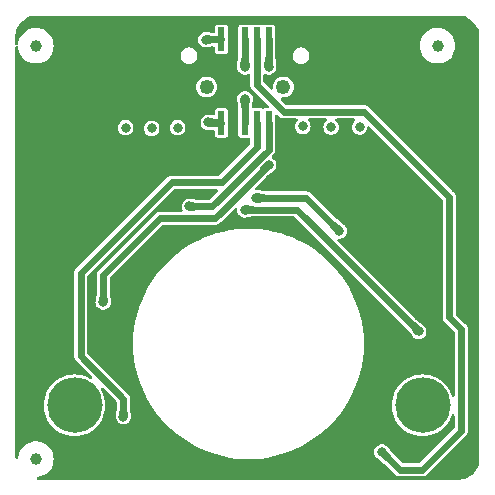
<source format=gbl>
G04 #@! TF.GenerationSoftware,KiCad,Pcbnew,7.0.2*
G04 #@! TF.CreationDate,2023-08-25T12:46:11-04:00*
G04 #@! TF.ProjectId,Foras Promineo CLR PCB,466f7261-7320-4507-926f-6d696e656f20,rev?*
G04 #@! TF.SameCoordinates,PX3969440PY5f5e100*
G04 #@! TF.FileFunction,Copper,L2,Bot*
G04 #@! TF.FilePolarity,Positive*
%FSLAX46Y46*%
G04 Gerber Fmt 4.6, Leading zero omitted, Abs format (unit mm)*
G04 Created by KiCad (PCBNEW 7.0.2) date 2023-08-25 12:46:11*
%MOMM*%
%LPD*%
G01*
G04 APERTURE LIST*
G04 #@! TA.AperFunction,ComponentPad*
%ADD10C,4.700000*%
G04 #@! TD*
G04 #@! TA.AperFunction,SMDPad,CuDef*
%ADD11R,0.600000X2.000000*%
G04 #@! TD*
G04 #@! TA.AperFunction,ComponentPad*
%ADD12C,1.248000*%
G04 #@! TD*
G04 #@! TA.AperFunction,SMDPad,CuDef*
%ADD13C,1.000000*%
G04 #@! TD*
G04 #@! TA.AperFunction,ViaPad*
%ADD14C,0.800000*%
G04 #@! TD*
G04 #@! TA.AperFunction,Conductor*
%ADD15C,0.600000*%
G04 #@! TD*
G04 APERTURE END LIST*
D10*
G04 #@! TO.P,H1,1,1*
G04 #@! TO.N,Net-(C1-Pad1)*
X5270700Y6550000D03*
G04 #@! TD*
G04 #@! TO.P,H2,1,1*
G04 #@! TO.N,Net-(C2-Pad1)*
X34730000Y6550000D03*
G04 #@! TD*
D11*
G04 #@! TO.P,J1,1,Pin_1*
G04 #@! TO.N,Net-(J1-Pin_1)*
X17700000Y37525000D03*
G04 #@! TO.P,J1,2,Pin_2*
X17700000Y30475000D03*
G04 #@! TO.P,J1,3,Pin_3*
G04 #@! TO.N,GND*
X18700000Y37525000D03*
G04 #@! TO.P,J1,4,Pin_4*
X18700000Y30475000D03*
G04 #@! TO.P,J1,5,Pin_5*
G04 #@! TO.N,/LED_1*
X19700000Y37525000D03*
G04 #@! TO.P,J1,6,Pin_6*
G04 #@! TO.N,/LED_2*
X19700000Y30475000D03*
G04 #@! TO.P,J1,7,Pin_7*
G04 #@! TO.N,/LED_3*
X20700000Y37525000D03*
G04 #@! TO.P,J1,8,Pin_8*
G04 #@! TO.N,/LED_4*
X20700000Y30475000D03*
G04 #@! TO.P,J1,9,Pin_9*
G04 #@! TO.N,/LED_5*
X21700000Y37525000D03*
G04 #@! TO.P,J1,10,Pin_10*
G04 #@! TO.N,/LED_6*
X21700000Y30475000D03*
D12*
G04 #@! TO.P,J1,S1*
G04 #@! TO.N,N/C*
X16450000Y33500000D03*
G04 #@! TO.P,J1,S2*
X22950000Y33500000D03*
G04 #@! TD*
D13*
G04 #@! TO.P,REF\u002A\u002A,*
G04 #@! TO.N,*
X2000000Y2000000D03*
G04 #@! TD*
G04 #@! TO.P,REF\u002A\u002A,e*
G04 #@! TO.N,N/C*
X36000000Y37000000D03*
G04 #@! TD*
G04 #@! TO.P,REF\u002A\u002A,*
G04 #@! TO.N,*
X2000000Y37000000D03*
G04 #@! TD*
D14*
G04 #@! TO.N,GND*
X36795000Y12645170D03*
X2880000Y12390170D03*
X13275000Y35387500D03*
X11175000Y35450000D03*
G04 #@! TO.N,Net-(J1-Pin_1)*
X24600000Y30162500D03*
X11800000Y29987500D03*
X16400000Y37500000D03*
X27000000Y30100000D03*
X14000000Y30050000D03*
X29400000Y30100000D03*
X16600000Y30500000D03*
X9600000Y30050000D03*
G04 #@! TO.N,/LED_6*
X15000000Y23400000D03*
G04 #@! TO.N,/LED_5*
X21700000Y35200000D03*
X21700000Y26900000D03*
X7700000Y15300000D03*
G04 #@! TO.N,/LED_4*
X9410000Y5600000D03*
G04 #@! TO.N,/LED_3*
X31300000Y2600000D03*
G04 #@! TO.N,/LED_2*
X19700000Y32500000D03*
X34400000Y12800000D03*
X19700000Y23100000D03*
G04 #@! TO.N,/LED_1*
X20600000Y24100000D03*
X19700000Y35200000D03*
X27700000Y21300000D03*
G04 #@! TD*
D15*
G04 #@! TO.N,/LED_4*
X20700000Y28400000D02*
X20700000Y30475000D01*
X17730170Y25430170D02*
X20700000Y28400000D01*
X13480000Y25430170D02*
X17730170Y25430170D01*
X5790000Y10720170D02*
X5790000Y17740170D01*
X5790000Y17740170D02*
X13480000Y25430170D01*
X9410000Y7100170D02*
X5790000Y10720170D01*
X9410000Y5600000D02*
X9410000Y7100170D01*
G04 #@! TO.N,Net-(J1-Pin_1)*
X17700000Y30475000D02*
X16625000Y30475000D01*
X17700000Y37525000D02*
X16425000Y37525000D01*
X16425000Y37525000D02*
X16400000Y37500000D01*
X16625000Y30475000D02*
X16600000Y30500000D01*
G04 #@! TO.N,/LED_6*
X16900000Y23400000D02*
X15000000Y23400000D01*
X21700000Y28200000D02*
X16900000Y23400000D01*
X21700000Y30475000D02*
X21700000Y28200000D01*
G04 #@! TO.N,/LED_5*
X17200000Y22400000D02*
X12500000Y22400000D01*
X21700000Y37525000D02*
X21700000Y35200000D01*
X7700000Y17600000D02*
X7700000Y15300000D01*
X21700000Y26900000D02*
X17200000Y22400000D01*
X12500000Y22400000D02*
X7700000Y17600000D01*
G04 #@! TO.N,/LED_3*
X34700000Y1100000D02*
X32800000Y1100000D01*
X37000000Y24200000D02*
X37000000Y14000000D01*
X20700000Y37525000D02*
X20700000Y33700000D01*
X38000000Y4400000D02*
X34700000Y1100000D01*
X38000000Y13000000D02*
X38000000Y4400000D01*
X37000000Y14000000D02*
X38000000Y13000000D01*
X29800000Y31400000D02*
X37000000Y24200000D01*
X32800000Y1100000D02*
X31300000Y2600000D01*
X20700000Y33700000D02*
X23000000Y31400000D01*
X23000000Y31400000D02*
X29800000Y31400000D01*
G04 #@! TO.N,/LED_2*
X24100000Y23100000D02*
X19700000Y23100000D01*
X34400000Y12800000D02*
X24100000Y23100000D01*
X19700000Y30475000D02*
X19700000Y32500000D01*
G04 #@! TO.N,/LED_1*
X20600000Y24100000D02*
X24900000Y24100000D01*
X19700000Y37525000D02*
X19700000Y35200000D01*
X24900000Y24100000D02*
X27700000Y21300000D01*
G04 #@! TD*
G04 #@! TA.AperFunction,Conductor*
G04 #@! TO.N,GND*
G36*
X37804487Y39545179D02*
G01*
X37825448Y39543680D01*
X38039429Y39528376D01*
X38057202Y39525821D01*
X38282970Y39476708D01*
X38300195Y39471651D01*
X38516669Y39390910D01*
X38533016Y39383444D01*
X38735782Y39272725D01*
X38750905Y39263006D01*
X38935847Y39124560D01*
X38949433Y39112787D01*
X39112786Y38949434D01*
X39124559Y38935848D01*
X39263005Y38750906D01*
X39272724Y38735783D01*
X39383443Y38533017D01*
X39390912Y38516664D01*
X39471647Y38300205D01*
X39476710Y38282961D01*
X39525818Y38057214D01*
X39528376Y38039420D01*
X39545179Y37804489D01*
X39545500Y37795500D01*
X39545500Y2004501D01*
X39545179Y1995512D01*
X39528376Y1760581D01*
X39525818Y1742787D01*
X39476710Y1517040D01*
X39471645Y1499790D01*
X39390912Y1283337D01*
X39383443Y1266984D01*
X39272724Y1064218D01*
X39263005Y1049095D01*
X39124559Y864153D01*
X39112786Y850567D01*
X38949433Y687214D01*
X38935847Y675441D01*
X38750905Y536995D01*
X38735782Y527276D01*
X38533016Y416557D01*
X38516663Y409088D01*
X38300210Y328355D01*
X38282960Y323290D01*
X38057213Y274182D01*
X38039419Y271624D01*
X37804488Y254821D01*
X37795499Y254500D01*
X2176725Y254500D01*
X2108604Y274502D01*
X2062111Y328158D01*
X2052007Y398432D01*
X2081501Y463012D01*
X2141227Y501396D01*
X2155978Y504781D01*
X2369614Y540429D01*
X2604810Y621172D01*
X2823509Y739526D01*
X3019744Y892262D01*
X3188164Y1075215D01*
X3324173Y1283393D01*
X3424063Y1511119D01*
X3485108Y1752179D01*
X3505643Y2000000D01*
X3485108Y2247821D01*
X3424063Y2488881D01*
X3324173Y2716607D01*
X3324172Y2716609D01*
X3324171Y2716611D01*
X3188166Y2924783D01*
X3019744Y3107738D01*
X2890578Y3208272D01*
X2823509Y3260474D01*
X2604810Y3378828D01*
X2604809Y3378829D01*
X2604806Y3378830D01*
X2448012Y3432657D01*
X2369614Y3459571D01*
X2124335Y3500500D01*
X1875665Y3500500D01*
X1630386Y3459571D01*
X1630383Y3459571D01*
X1630383Y3459570D01*
X1395193Y3378830D01*
X1176489Y3260473D01*
X980255Y3107738D01*
X811833Y2924783D01*
X675828Y2716611D01*
X575935Y2488877D01*
X526486Y2293606D01*
X514892Y2247821D01*
X509702Y2185199D01*
X506069Y2141348D01*
X480509Y2075112D01*
X423196Y2033209D01*
X352328Y2028944D01*
X290404Y2063670D01*
X257084Y2126362D01*
X254499Y2151745D01*
X254499Y6550000D01*
X2661440Y6550000D01*
X2680464Y6235488D01*
X2681147Y6231759D01*
X2681149Y6231746D01*
X2701317Y6121696D01*
X2737260Y5925563D01*
X2738391Y5921932D01*
X2738393Y5921926D01*
X2774225Y5806938D01*
X2831000Y5624744D01*
X2832561Y5621276D01*
X2832562Y5621273D01*
X2839776Y5605243D01*
X2960315Y5337416D01*
X3123321Y5067771D01*
X3125661Y5064784D01*
X3125664Y5064780D01*
X3315288Y4822744D01*
X3317641Y4819741D01*
X3540441Y4596941D01*
X3788471Y4402621D01*
X4058116Y4239615D01*
X4345444Y4110300D01*
X4646263Y4016560D01*
X4956188Y3959764D01*
X5270700Y3940740D01*
X5585212Y3959764D01*
X5895137Y4016560D01*
X6195956Y4110300D01*
X6483284Y4239615D01*
X6752929Y4402621D01*
X7000959Y4596941D01*
X7223759Y4819741D01*
X7418079Y5067771D01*
X7581085Y5337416D01*
X7710400Y5624744D01*
X7804140Y5925563D01*
X7860936Y6235488D01*
X7879960Y6550000D01*
X7860936Y6864512D01*
X7804140Y7174437D01*
X7710400Y7475256D01*
X7581085Y7762584D01*
X7533519Y7841267D01*
X7515396Y7909911D01*
X7537260Y7977456D01*
X7592172Y8022459D01*
X7662697Y8030629D01*
X7726444Y7999374D01*
X7730443Y7995546D01*
X8818595Y6907394D01*
X8852621Y6845082D01*
X8855500Y6818299D01*
X8855500Y6455197D01*
X8852125Y6434332D01*
X8852761Y6434252D01*
X8754142Y5645293D01*
X8753946Y5643371D01*
X8752653Y5629453D01*
X8752516Y5627517D01*
X8752564Y5628043D01*
X8752486Y5626128D01*
X8752178Y5616292D01*
X8751329Y5605243D01*
X8750692Y5600001D01*
X8769850Y5442219D01*
X8826212Y5293606D01*
X8826213Y5293605D01*
X8916502Y5162799D01*
X9035471Y5057401D01*
X9176207Y4983537D01*
X9330529Y4945500D01*
X9330531Y4945500D01*
X9489469Y4945500D01*
X9489471Y4945500D01*
X9643793Y4983537D01*
X9784529Y5057401D01*
X9903498Y5162799D01*
X9993787Y5293605D01*
X10050149Y5442218D01*
X10069307Y5600000D01*
X10066560Y5622616D01*
X10066042Y5643810D01*
X10065855Y5645301D01*
X10065856Y5645305D01*
X9992083Y6235488D01*
X9967483Y6432294D01*
X9967757Y6432329D01*
X9964500Y6454667D01*
X9964500Y7088541D01*
X9964573Y7092843D01*
X9964612Y7094002D01*
X9966779Y7157409D01*
X9956991Y7197573D01*
X9954585Y7210228D01*
X9948957Y7251179D01*
X9941792Y7267673D01*
X9934947Y7288030D01*
X9930689Y7305503D01*
X9910434Y7341527D01*
X9904696Y7353079D01*
X9892753Y7380574D01*
X9888230Y7390988D01*
X9888228Y7390991D01*
X9876880Y7404940D01*
X9864791Y7422703D01*
X9855981Y7438371D01*
X9826760Y7467592D01*
X9818116Y7477169D01*
X9816848Y7478728D01*
X9792034Y7509228D01*
X9792032Y7509229D01*
X9792031Y7509231D01*
X9777338Y7519603D01*
X9760907Y7533444D01*
X6381405Y10912946D01*
X6347379Y10975258D01*
X6344500Y11002041D01*
X6344500Y11750000D01*
X10236486Y11750000D01*
X10236551Y11747974D01*
X10256472Y11126743D01*
X10256473Y11126722D01*
X10256538Y11124706D01*
X10256730Y11122713D01*
X10256732Y11122686D01*
X10316418Y10503974D01*
X10316420Y10503952D01*
X10316611Y10501981D01*
X10316927Y10500024D01*
X10316930Y10500004D01*
X10416140Y9886361D01*
X10416143Y9886345D01*
X10416460Y9884385D01*
X10416904Y9882438D01*
X10416905Y9882435D01*
X10555225Y9276410D01*
X10555231Y9276388D01*
X10555672Y9274455D01*
X10556242Y9272534D01*
X10556244Y9272527D01*
X10702978Y8778131D01*
X10733677Y8674697D01*
X10949743Y8087576D01*
X10950556Y8085739D01*
X10950557Y8085737D01*
X11201168Y7519603D01*
X11202982Y7515506D01*
X11203910Y7513726D01*
X11203914Y7513719D01*
X11424599Y7090707D01*
X11492353Y6960835D01*
X11553046Y6860715D01*
X11815612Y6427583D01*
X11815623Y6427565D01*
X11816667Y6425844D01*
X11817820Y6424191D01*
X11817824Y6424185D01*
X12168179Y5921926D01*
X12174593Y5912732D01*
X12175849Y5911157D01*
X12175855Y5911149D01*
X12389051Y5643810D01*
X12564658Y5423606D01*
X12566013Y5422114D01*
X12566019Y5422107D01*
X12983902Y4961970D01*
X12985259Y4960476D01*
X12986709Y4959072D01*
X13364939Y4592777D01*
X13434670Y4525247D01*
X13911043Y4119705D01*
X14412419Y3745517D01*
X14936740Y3404222D01*
X15481851Y3097222D01*
X15483675Y3096344D01*
X15483680Y3096341D01*
X15839919Y2924785D01*
X16045511Y2825777D01*
X16625405Y2591004D01*
X17219149Y2393868D01*
X17824304Y2235177D01*
X18438383Y2115586D01*
X19058862Y2035584D01*
X19683192Y1995500D01*
X19685206Y1995500D01*
X20306794Y1995500D01*
X20308808Y1995500D01*
X20933138Y2035584D01*
X21553617Y2115586D01*
X22167696Y2235177D01*
X22772851Y2393868D01*
X23366595Y2591004D01*
X23946489Y2825777D01*
X24510149Y3097222D01*
X25055260Y3404222D01*
X25579581Y3745517D01*
X26080957Y4119705D01*
X26557330Y4525247D01*
X27006741Y4960476D01*
X27427342Y5423606D01*
X27817407Y5912732D01*
X28175333Y6425844D01*
X28499647Y6960835D01*
X28789018Y7515506D01*
X29042257Y8087576D01*
X29258323Y8674697D01*
X29436328Y9274455D01*
X29575540Y9884385D01*
X29675389Y10501981D01*
X29735462Y11124706D01*
X29755514Y11750000D01*
X29735462Y12375294D01*
X29675389Y12998019D01*
X29575540Y13615615D01*
X29436328Y14225545D01*
X29258323Y14825303D01*
X29042257Y15412424D01*
X28789018Y15984494D01*
X28499647Y16539165D01*
X28175333Y17074156D01*
X27849148Y17541765D01*
X27818565Y17585608D01*
X27818564Y17585610D01*
X27817407Y17587268D01*
X27733313Y17692718D01*
X27601835Y17857587D01*
X27427342Y18076394D01*
X27411899Y18093398D01*
X27008097Y18538031D01*
X27008095Y18538033D01*
X27006741Y18539524D01*
X26557330Y18974753D01*
X26080957Y19380295D01*
X25579581Y19754483D01*
X25577894Y19755582D01*
X25577887Y19755586D01*
X25317420Y19925131D01*
X25055260Y20095778D01*
X24510149Y20402778D01*
X24508336Y20403651D01*
X24508319Y20403660D01*
X23948309Y20673347D01*
X23948296Y20673353D01*
X23946489Y20674223D01*
X23944627Y20674977D01*
X23368464Y20908240D01*
X23368445Y20908247D01*
X23366595Y20908996D01*
X23098401Y20998043D01*
X22774749Y21105502D01*
X22774743Y21105504D01*
X22772851Y21106132D01*
X22635232Y21142220D01*
X22169641Y21264313D01*
X22169639Y21264314D01*
X22167696Y21264823D01*
X22165727Y21265207D01*
X22165716Y21265209D01*
X21555593Y21384030D01*
X21555568Y21384035D01*
X21553617Y21384414D01*
X21551648Y21384668D01*
X21551635Y21384670D01*
X20935138Y21464159D01*
X20935111Y21464162D01*
X20933138Y21464416D01*
X20931118Y21464546D01*
X20931115Y21464546D01*
X20310819Y21504371D01*
X20310815Y21504372D01*
X20308808Y21504500D01*
X19683192Y21504500D01*
X19681185Y21504372D01*
X19681180Y21504371D01*
X19060884Y21464546D01*
X19060878Y21464546D01*
X19058862Y21464416D01*
X19056891Y21464162D01*
X19056861Y21464159D01*
X18440364Y21384670D01*
X18440346Y21384668D01*
X18438383Y21384414D01*
X18436436Y21384035D01*
X18436406Y21384030D01*
X17826283Y21265209D01*
X17826265Y21265205D01*
X17824304Y21264823D01*
X17822366Y21264316D01*
X17822358Y21264313D01*
X17221085Y21106640D01*
X17221075Y21106638D01*
X17219149Y21106132D01*
X17217264Y21105507D01*
X17217250Y21105502D01*
X16627326Y20909634D01*
X16627320Y20909633D01*
X16625405Y20908996D01*
X16623564Y20908251D01*
X16623535Y20908240D01*
X16047372Y20674977D01*
X16047357Y20674971D01*
X16045511Y20674223D01*
X16043714Y20673358D01*
X16043690Y20673347D01*
X15483680Y20403660D01*
X15483650Y20403645D01*
X15481851Y20402778D01*
X15480089Y20401787D01*
X15480080Y20401781D01*
X14938502Y20096771D01*
X14938486Y20096762D01*
X14936740Y20095778D01*
X14935052Y20094680D01*
X14935045Y20094675D01*
X14414112Y19755586D01*
X14414090Y19755572D01*
X14412419Y19754483D01*
X14410824Y19753294D01*
X14410803Y19753278D01*
X13912656Y19381499D01*
X13911043Y19380295D01*
X13909529Y19379007D01*
X13909510Y19378991D01*
X13436208Y18976063D01*
X13436195Y18976053D01*
X13434670Y18974753D01*
X13433236Y18973365D01*
X13433217Y18973347D01*
X12986709Y18540929D01*
X12986697Y18540917D01*
X12985259Y18539524D01*
X12983919Y18538050D01*
X12983902Y18538031D01*
X12566019Y18077894D01*
X12566000Y18077872D01*
X12564658Y18076394D01*
X12563410Y18074830D01*
X12563398Y18074815D01*
X12175855Y17588852D01*
X12175837Y17588829D01*
X12174593Y17587268D01*
X12173450Y17585630D01*
X12173434Y17585608D01*
X11817824Y17075816D01*
X11817810Y17075796D01*
X11816667Y17074156D01*
X11815632Y17072450D01*
X11815612Y17072418D01*
X11493404Y16540899D01*
X11492353Y16539165D01*
X11491429Y16537396D01*
X11491420Y16537378D01*
X11203914Y15986282D01*
X11203904Y15986263D01*
X11202982Y15984494D01*
X11202169Y15982658D01*
X11202163Y15982645D01*
X10950557Y15414264D01*
X10950551Y15414251D01*
X10949743Y15412424D01*
X10949052Y15410547D01*
X10949047Y15410534D01*
X10747476Y14862800D01*
X10733677Y14825303D01*
X10733105Y14823379D01*
X10733102Y14823367D01*
X10556244Y14227474D01*
X10556240Y14227459D01*
X10555672Y14225545D01*
X10555232Y14223621D01*
X10555225Y14223591D01*
X10418147Y13623007D01*
X10416460Y13615615D01*
X10416144Y13613661D01*
X10416140Y13613640D01*
X10316930Y12999997D01*
X10316926Y12999973D01*
X10316611Y12998019D01*
X10316421Y12996053D01*
X10316418Y12996027D01*
X10256732Y12377315D01*
X10256730Y12377286D01*
X10256538Y12375294D01*
X10256473Y12373281D01*
X10256472Y12373258D01*
X10236551Y11752027D01*
X10236486Y11750000D01*
X6344500Y11750000D01*
X6344500Y17458299D01*
X6364502Y17526420D01*
X6381405Y17547394D01*
X13672776Y24838765D01*
X13735088Y24872791D01*
X13761871Y24875670D01*
X17287299Y24875670D01*
X17355420Y24855668D01*
X17401913Y24802012D01*
X17412017Y24731738D01*
X17382523Y24667158D01*
X17376394Y24660575D01*
X16707224Y23991405D01*
X16644912Y23957379D01*
X16618129Y23954500D01*
X15855195Y23954500D01*
X15834332Y23957874D01*
X15834253Y23957238D01*
X15110806Y24047669D01*
X15096282Y24050357D01*
X15079472Y24054500D01*
X15079471Y24054500D01*
X15064001Y24054500D01*
X15048373Y24055473D01*
X15045293Y24055858D01*
X15043359Y24056055D01*
X15029442Y24057347D01*
X15027526Y24057482D01*
X15028031Y24057436D01*
X15026139Y24057512D01*
X15012373Y24057957D01*
X15008370Y24057171D01*
X15006786Y24056860D01*
X14982515Y24054500D01*
X14920529Y24054500D01*
X14766207Y24016463D01*
X14766206Y24016463D01*
X14766204Y24016462D01*
X14625472Y23942600D01*
X14506501Y23837201D01*
X14416212Y23706395D01*
X14359850Y23557781D01*
X14340693Y23400000D01*
X14359850Y23242220D01*
X14404238Y23125180D01*
X14409692Y23054394D01*
X14376010Y22991895D01*
X14313885Y22957528D01*
X14286426Y22954500D01*
X12511629Y22954500D01*
X12507327Y22954573D01*
X12499257Y22954849D01*
X12442761Y22956779D01*
X12442760Y22956779D01*
X12442757Y22956779D01*
X12402596Y22946993D01*
X12389928Y22944585D01*
X12348991Y22938958D01*
X12332493Y22931792D01*
X12312140Y22924948D01*
X12294668Y22920690D01*
X12258643Y22900435D01*
X12247095Y22894700D01*
X12209178Y22878230D01*
X12195222Y22866876D01*
X12177472Y22854795D01*
X12161802Y22845983D01*
X12132574Y22816757D01*
X12123003Y22808120D01*
X12090942Y22782035D01*
X12080568Y22767339D01*
X12066729Y22750912D01*
X7316154Y18000337D01*
X7313063Y17997349D01*
X7265823Y17953229D01*
X7244348Y17917915D01*
X7237092Y17907254D01*
X7212120Y17874323D01*
X7205520Y17857587D01*
X7195967Y17838354D01*
X7186624Y17822989D01*
X7175471Y17783190D01*
X7171362Y17770971D01*
X7156200Y17732521D01*
X7154361Y17714630D01*
X7150350Y17693528D01*
X7145500Y17676217D01*
X7145500Y17634885D01*
X7144839Y17622000D01*
X7140613Y17580892D01*
X7143668Y17563173D01*
X7145500Y17541765D01*
X7145500Y16155197D01*
X7142125Y16134332D01*
X7142761Y16134252D01*
X7044142Y15345293D01*
X7043946Y15343371D01*
X7042653Y15329453D01*
X7042516Y15327517D01*
X7042564Y15328043D01*
X7042486Y15326128D01*
X7042178Y15316292D01*
X7041329Y15305243D01*
X7040692Y15300001D01*
X7059850Y15142219D01*
X7116212Y14993606D01*
X7116213Y14993605D01*
X7206502Y14862799D01*
X7325471Y14757401D01*
X7466207Y14683537D01*
X7620529Y14645500D01*
X7620531Y14645500D01*
X7779469Y14645500D01*
X7779471Y14645500D01*
X7933793Y14683537D01*
X8074529Y14757401D01*
X8193498Y14862799D01*
X8283787Y14993605D01*
X8340149Y15142218D01*
X8359307Y15300000D01*
X8356560Y15322616D01*
X8356042Y15343810D01*
X8355855Y15345301D01*
X8355856Y15345305D01*
X8276189Y15982645D01*
X8257483Y16132294D01*
X8257757Y16132329D01*
X8254500Y16154667D01*
X8254500Y17318129D01*
X8274502Y17386250D01*
X8291405Y17407224D01*
X12692776Y21808595D01*
X12755088Y21842621D01*
X12781871Y21845500D01*
X17188371Y21845500D01*
X17192673Y21845427D01*
X17193997Y21845382D01*
X17257239Y21843221D01*
X17297411Y21853012D01*
X17310053Y21855415D01*
X17351009Y21861043D01*
X17367503Y21868208D01*
X17387857Y21875053D01*
X17405333Y21879311D01*
X17441364Y21899571D01*
X17452894Y21905298D01*
X17490818Y21921770D01*
X17504763Y21933116D01*
X17522528Y21945208D01*
X17538199Y21954018D01*
X17567426Y21983247D01*
X17576999Y21991885D01*
X17609058Y22017966D01*
X17619430Y22032662D01*
X17633267Y22049088D01*
X18831778Y23247599D01*
X18894088Y23281623D01*
X18964903Y23276558D01*
X19021739Y23234011D01*
X19046550Y23167491D01*
X19045952Y23143315D01*
X19040692Y23100001D01*
X19059850Y22942220D01*
X19116212Y22793606D01*
X19140419Y22758537D01*
X19206502Y22662799D01*
X19325471Y22557401D01*
X19466207Y22483537D01*
X19620529Y22445500D01*
X19721960Y22445500D01*
X19731021Y22445174D01*
X19745304Y22444144D01*
X19748368Y22444527D01*
X19763995Y22445500D01*
X19779470Y22445500D01*
X19779471Y22445500D01*
X19796285Y22449646D01*
X19810802Y22452333D01*
X20521938Y22541223D01*
X20521940Y22541224D01*
X20532295Y22542518D01*
X20532329Y22542243D01*
X20554664Y22545500D01*
X23818129Y22545500D01*
X23886250Y22525498D01*
X23907224Y22508595D01*
X33403197Y13012622D01*
X33415566Y12995483D01*
X33416072Y12995876D01*
X33423685Y12986088D01*
X33423687Y12986084D01*
X33806724Y12493606D01*
X33888836Y12388033D01*
X33893071Y12382256D01*
X33906502Y12362799D01*
X33910598Y12359170D01*
X33919021Y12350976D01*
X33926023Y12343495D01*
X33926026Y12343493D01*
X33928422Y12341883D01*
X33941709Y12331608D01*
X34025471Y12257401D01*
X34166207Y12183537D01*
X34320529Y12145500D01*
X34320531Y12145500D01*
X34479469Y12145500D01*
X34479471Y12145500D01*
X34633793Y12183537D01*
X34774529Y12257401D01*
X34893498Y12362799D01*
X34983787Y12493605D01*
X35040149Y12642218D01*
X35059307Y12800000D01*
X35040149Y12957782D01*
X34983787Y13106395D01*
X34893498Y13237201D01*
X34852331Y13273672D01*
X34840615Y13285524D01*
X34836030Y13290821D01*
X34831724Y13295797D01*
X34831723Y13295798D01*
X34831722Y13295799D01*
X34799126Y13321152D01*
X34792930Y13326297D01*
X34774148Y13342937D01*
X34756511Y13354297D01*
X34205681Y13782718D01*
X34205851Y13782937D01*
X34187750Y13796431D01*
X27553776Y20430405D01*
X27519750Y20492717D01*
X27524815Y20563532D01*
X27567362Y20620368D01*
X27633882Y20645179D01*
X27642871Y20645500D01*
X27779469Y20645500D01*
X27779471Y20645500D01*
X27933793Y20683537D01*
X28074529Y20757401D01*
X28193498Y20862799D01*
X28283787Y20993605D01*
X28340149Y21142218D01*
X28359307Y21300000D01*
X28340149Y21457782D01*
X28283787Y21606395D01*
X28193498Y21737201D01*
X28152331Y21773672D01*
X28140615Y21785524D01*
X28131722Y21795799D01*
X28099126Y21821152D01*
X28092930Y21826297D01*
X28074148Y21842937D01*
X28056511Y21854297D01*
X27505681Y22282718D01*
X27505851Y22282937D01*
X27487750Y22296431D01*
X25300321Y24483860D01*
X25297331Y24486953D01*
X25280691Y24504770D01*
X25253228Y24534176D01*
X25253227Y24534177D01*
X25253226Y24534178D01*
X25217910Y24555655D01*
X25207246Y24562912D01*
X25174320Y24587881D01*
X25157591Y24594478D01*
X25138353Y24604034D01*
X25122992Y24613375D01*
X25083192Y24624527D01*
X25070969Y24628638D01*
X25032520Y24643800D01*
X25014630Y24645639D01*
X24993528Y24649650D01*
X24976216Y24654500D01*
X24976214Y24654500D01*
X24934884Y24654500D01*
X24921999Y24655161D01*
X24917562Y24655618D01*
X24880892Y24659388D01*
X24863173Y24656332D01*
X24841763Y24654500D01*
X21455195Y24654500D01*
X21434332Y24657874D01*
X21434253Y24657238D01*
X20710806Y24747669D01*
X20696282Y24750357D01*
X20679472Y24754500D01*
X20679471Y24754500D01*
X20664001Y24754500D01*
X20648373Y24755473D01*
X20645293Y24755858D01*
X20643359Y24756055D01*
X20633040Y24757009D01*
X20567089Y24783296D01*
X20525819Y24841065D01*
X20522333Y24911976D01*
X20555729Y24971550D01*
X21487379Y25903200D01*
X21504514Y25915563D01*
X21504120Y25916069D01*
X21515438Y25924872D01*
X22056511Y26345706D01*
X22074150Y26357066D01*
X22074526Y26357400D01*
X22074529Y26357401D01*
X22092953Y26373725D01*
X22099131Y26378855D01*
X22114949Y26391158D01*
X22131726Y26404205D01*
X22133198Y26405405D01*
X22143869Y26414256D01*
X22145323Y26415516D01*
X22144938Y26415197D01*
X22146336Y26416486D01*
X22160377Y26429643D01*
X22175202Y26446591D01*
X22193498Y26462799D01*
X22283787Y26593605D01*
X22340149Y26742218D01*
X22359307Y26900000D01*
X22340149Y27057782D01*
X22283787Y27206395D01*
X22193498Y27337201D01*
X22074529Y27442599D01*
X22026790Y27467655D01*
X21998095Y27482715D01*
X21947073Y27532084D01*
X21930841Y27601200D01*
X21954553Y27668120D01*
X21967550Y27683371D01*
X22083885Y27799706D01*
X22086952Y27802669D01*
X22134173Y27846769D01*
X22134173Y27846770D01*
X22134176Y27846772D01*
X22155656Y27882097D01*
X22162905Y27892747D01*
X22187880Y27925679D01*
X22194476Y27942407D01*
X22204037Y27961655D01*
X22213374Y27977009D01*
X22213375Y27977010D01*
X22224528Y28016819D01*
X22228634Y28029026D01*
X22243799Y28067480D01*
X22245638Y28085373D01*
X22249649Y28106475D01*
X22254500Y28123786D01*
X22254500Y28165124D01*
X22255161Y28178009D01*
X22259386Y28219109D01*
X22256332Y28236823D01*
X22254500Y28258230D01*
X22254500Y30528433D01*
X22254499Y30528443D01*
X22254499Y31057130D01*
X22274501Y31125251D01*
X22328157Y31171744D01*
X22398431Y31181848D01*
X22463011Y31152354D01*
X22469594Y31146225D01*
X22599676Y31016143D01*
X22602667Y31013049D01*
X22646772Y30965824D01*
X22682080Y30944353D01*
X22692742Y30937097D01*
X22725679Y30912120D01*
X22742407Y30905523D01*
X22761650Y30895965D01*
X22773101Y30889002D01*
X22777010Y30886625D01*
X22816810Y30875474D01*
X22829025Y30871366D01*
X22867480Y30856201D01*
X22885366Y30854363D01*
X22906469Y30850352D01*
X22923786Y30845500D01*
X22965115Y30845500D01*
X22977998Y30844840D01*
X23019109Y30840614D01*
X23034639Y30843292D01*
X23036823Y30843668D01*
X23058230Y30845500D01*
X24051717Y30845500D01*
X24119838Y30825498D01*
X24166331Y30771842D01*
X24176435Y30701568D01*
X24146941Y30636988D01*
X24135271Y30625188D01*
X24106501Y30599701D01*
X24016212Y30468895D01*
X23959850Y30320281D01*
X23940693Y30162501D01*
X23959850Y30004720D01*
X24016212Y29856106D01*
X24093866Y29743606D01*
X24106502Y29725299D01*
X24225471Y29619901D01*
X24366207Y29546037D01*
X24520529Y29508000D01*
X24520531Y29508000D01*
X24679469Y29508000D01*
X24679471Y29508000D01*
X24833793Y29546037D01*
X24974529Y29619901D01*
X25093498Y29725299D01*
X25183787Y29856105D01*
X25240149Y30004718D01*
X25259307Y30162500D01*
X25240149Y30320282D01*
X25183787Y30468895D01*
X25093498Y30599701D01*
X25064728Y30625189D01*
X25027004Y30685332D01*
X25027784Y30756324D01*
X25066822Y30815625D01*
X25131723Y30844407D01*
X25148283Y30845500D01*
X26522265Y30845500D01*
X26590386Y30825498D01*
X26636879Y30771842D01*
X26646983Y30701568D01*
X26617489Y30636988D01*
X26605824Y30625194D01*
X26569034Y30592600D01*
X26506501Y30537201D01*
X26416212Y30406395D01*
X26359850Y30257781D01*
X26340693Y30100000D01*
X26359850Y29942220D01*
X26416212Y29793606D01*
X26493866Y29681106D01*
X26506502Y29662799D01*
X26625471Y29557401D01*
X26766207Y29483537D01*
X26920529Y29445500D01*
X26920531Y29445500D01*
X27079469Y29445500D01*
X27079471Y29445500D01*
X27233793Y29483537D01*
X27374529Y29557401D01*
X27493498Y29662799D01*
X27583787Y29793605D01*
X27640149Y29942218D01*
X27659307Y30100000D01*
X27640149Y30257782D01*
X27583787Y30406395D01*
X27493498Y30537201D01*
X27394179Y30625190D01*
X27356456Y30685332D01*
X27357236Y30756324D01*
X27396274Y30815625D01*
X27461174Y30844407D01*
X27477735Y30845500D01*
X28922265Y30845500D01*
X28990386Y30825498D01*
X29036879Y30771842D01*
X29046983Y30701568D01*
X29017489Y30636988D01*
X29005824Y30625194D01*
X28969034Y30592600D01*
X28906501Y30537201D01*
X28816212Y30406395D01*
X28759850Y30257781D01*
X28740693Y30100001D01*
X28759850Y29942220D01*
X28816212Y29793606D01*
X28893866Y29681106D01*
X28906502Y29662799D01*
X29025471Y29557401D01*
X29166207Y29483537D01*
X29320529Y29445500D01*
X29320531Y29445500D01*
X29479469Y29445500D01*
X29479471Y29445500D01*
X29633793Y29483537D01*
X29774529Y29557401D01*
X29893498Y29662799D01*
X29983787Y29793605D01*
X30040149Y29942218D01*
X30055888Y30071850D01*
X30083954Y30137060D01*
X30142823Y30176747D01*
X30213802Y30178307D01*
X30270064Y30145755D01*
X36408595Y24007224D01*
X36442621Y23944912D01*
X36445500Y23918129D01*
X36445500Y14011630D01*
X36445427Y14007328D01*
X36443221Y13942759D01*
X36453007Y13902598D01*
X36455415Y13889928D01*
X36461042Y13848991D01*
X36468205Y13832500D01*
X36475052Y13812141D01*
X36479311Y13794666D01*
X36499563Y13758648D01*
X36505301Y13747095D01*
X36521770Y13709182D01*
X36533120Y13695231D01*
X36545205Y13677475D01*
X36554018Y13661801D01*
X36583243Y13632576D01*
X36591878Y13623008D01*
X36617966Y13590942D01*
X36632656Y13580573D01*
X36649089Y13566730D01*
X37408594Y12807225D01*
X37442620Y12744913D01*
X37445499Y12718130D01*
X37445499Y7418059D01*
X37425497Y7349938D01*
X37371841Y7303445D01*
X37301567Y7293341D01*
X37236987Y7322835D01*
X37199204Y7380574D01*
X37191611Y7404940D01*
X37169700Y7475256D01*
X37040385Y7762584D01*
X36877379Y8032229D01*
X36683059Y8280259D01*
X36460259Y8503059D01*
X36243594Y8672806D01*
X36215220Y8695036D01*
X36215216Y8695039D01*
X36212229Y8697379D01*
X35942584Y8860385D01*
X35749172Y8947432D01*
X35658727Y8988138D01*
X35658724Y8988139D01*
X35655256Y8989700D01*
X35590933Y9009744D01*
X35358074Y9082307D01*
X35358068Y9082309D01*
X35354437Y9083440D01*
X35350691Y9084127D01*
X35350685Y9084128D01*
X35048254Y9139551D01*
X35048241Y9139553D01*
X35044512Y9140236D01*
X35040718Y9140466D01*
X35040714Y9140466D01*
X34733802Y9159030D01*
X34730000Y9159260D01*
X34726198Y9159030D01*
X34419285Y9140466D01*
X34419279Y9140466D01*
X34415488Y9140236D01*
X34411760Y9139553D01*
X34411745Y9139551D01*
X34109314Y9084128D01*
X34109304Y9084126D01*
X34105563Y9083440D01*
X34101935Y9082310D01*
X34101925Y9082307D01*
X33808379Y8990833D01*
X33808374Y8990832D01*
X33804744Y8989700D01*
X33801280Y8988142D01*
X33801272Y8988138D01*
X33520883Y8861946D01*
X33520874Y8861942D01*
X33517416Y8860385D01*
X33514165Y8858420D01*
X33514156Y8858415D01*
X33251024Y8699346D01*
X33251018Y8699343D01*
X33247771Y8697379D01*
X33244790Y8695045D01*
X33244779Y8695036D01*
X33002743Y8505412D01*
X33002732Y8505403D01*
X32999741Y8503059D01*
X32997046Y8500365D01*
X32997038Y8500357D01*
X32779643Y8282962D01*
X32779635Y8282954D01*
X32776941Y8280259D01*
X32774597Y8277268D01*
X32774588Y8277257D01*
X32584964Y8035221D01*
X32584955Y8035210D01*
X32582621Y8032229D01*
X32580657Y8028982D01*
X32580654Y8028976D01*
X32421585Y7765844D01*
X32421580Y7765835D01*
X32419615Y7762584D01*
X32418058Y7759126D01*
X32418054Y7759117D01*
X32291862Y7478728D01*
X32291858Y7478720D01*
X32290300Y7475256D01*
X32289168Y7471626D01*
X32289167Y7471621D01*
X32197693Y7178075D01*
X32197690Y7178065D01*
X32196560Y7174437D01*
X32195874Y7170696D01*
X32195872Y7170686D01*
X32140449Y6868255D01*
X32140447Y6868240D01*
X32139764Y6864512D01*
X32139534Y6860721D01*
X32139534Y6860715D01*
X32124579Y6613475D01*
X32120740Y6550000D01*
X32139764Y6235488D01*
X32140447Y6231759D01*
X32140449Y6231746D01*
X32160617Y6121696D01*
X32196560Y5925563D01*
X32197691Y5921932D01*
X32197693Y5921926D01*
X32233525Y5806938D01*
X32290300Y5624744D01*
X32291861Y5621276D01*
X32291862Y5621273D01*
X32299076Y5605243D01*
X32419615Y5337416D01*
X32582621Y5067771D01*
X32584961Y5064784D01*
X32584964Y5064780D01*
X32774588Y4822744D01*
X32776941Y4819741D01*
X32999741Y4596941D01*
X33247771Y4402621D01*
X33517416Y4239615D01*
X33804744Y4110300D01*
X34105563Y4016560D01*
X34415488Y3959764D01*
X34730000Y3940740D01*
X35044512Y3959764D01*
X35354437Y4016560D01*
X35655256Y4110300D01*
X35942584Y4239615D01*
X36212229Y4402621D01*
X36460259Y4596941D01*
X36683059Y4819741D01*
X36877379Y5067771D01*
X37040385Y5337416D01*
X37169700Y5624744D01*
X37199205Y5719430D01*
X37238566Y5778512D01*
X37303624Y5806938D01*
X37373722Y5795678D01*
X37426604Y5748308D01*
X37445499Y5681942D01*
X37445500Y4681872D01*
X37425498Y4613751D01*
X37408595Y4592777D01*
X34507224Y1691405D01*
X34444912Y1657379D01*
X34418129Y1654500D01*
X33081873Y1654500D01*
X33013752Y1674502D01*
X32992778Y1691404D01*
X32296802Y2387379D01*
X32284437Y2404516D01*
X32283931Y2404121D01*
X32254300Y2442218D01*
X31811162Y3011968D01*
X31806936Y3017732D01*
X31793498Y3037201D01*
X31789399Y3040832D01*
X31780977Y3049026D01*
X31773976Y3056506D01*
X31771577Y3058118D01*
X31758292Y3068391D01*
X31674529Y3142599D01*
X31533793Y3216463D01*
X31379471Y3254500D01*
X31220529Y3254500D01*
X31066207Y3216463D01*
X31066206Y3216463D01*
X31066204Y3216462D01*
X30925472Y3142600D01*
X30806501Y3037201D01*
X30716212Y2906395D01*
X30659850Y2757781D01*
X30640693Y2600001D01*
X30659850Y2442220D01*
X30716212Y2293606D01*
X30806503Y2162798D01*
X30847663Y2126333D01*
X30859382Y2114479D01*
X30868275Y2104204D01*
X30900863Y2078858D01*
X30907061Y2073710D01*
X30925852Y2057063D01*
X30943497Y2045698D01*
X31494318Y1617282D01*
X31494148Y1617065D01*
X31512247Y1603571D01*
X32399691Y716127D01*
X32402681Y713034D01*
X32446772Y665824D01*
X32482083Y644351D01*
X32492749Y637092D01*
X32525679Y612121D01*
X32542402Y605526D01*
X32561647Y595967D01*
X32573906Y588513D01*
X32577010Y586625D01*
X32616805Y575475D01*
X32629024Y571366D01*
X32667479Y556201D01*
X32685370Y554362D01*
X32706467Y550353D01*
X32723786Y545500D01*
X32765115Y545500D01*
X32777998Y544840D01*
X32819109Y540614D01*
X32836821Y543668D01*
X32858230Y545500D01*
X34688371Y545500D01*
X34692673Y545427D01*
X34693997Y545382D01*
X34757239Y543221D01*
X34797411Y553012D01*
X34810053Y555415D01*
X34851009Y561043D01*
X34867503Y568208D01*
X34887857Y575053D01*
X34905333Y579311D01*
X34941364Y599571D01*
X34952894Y605298D01*
X34990818Y621770D01*
X35004763Y633116D01*
X35022528Y645208D01*
X35038199Y654018D01*
X35067426Y683247D01*
X35076999Y691885D01*
X35109058Y717966D01*
X35119430Y732662D01*
X35133267Y749088D01*
X38383885Y3999706D01*
X38386952Y4002669D01*
X38434174Y4046770D01*
X38434174Y4046771D01*
X38434176Y4046772D01*
X38455655Y4082095D01*
X38462901Y4092743D01*
X38487880Y4125680D01*
X38494474Y4142404D01*
X38504030Y4161644D01*
X38513375Y4177010D01*
X38524527Y4216816D01*
X38528633Y4229026D01*
X38543799Y4267480D01*
X38545637Y4285370D01*
X38549649Y4306477D01*
X38554500Y4323786D01*
X38554500Y4365117D01*
X38555161Y4378002D01*
X38559387Y4419109D01*
X38556332Y4436829D01*
X38554500Y4458236D01*
X38554500Y12988360D01*
X38554573Y12992661D01*
X38554763Y12998214D01*
X38556779Y13057239D01*
X38546991Y13097403D01*
X38544585Y13110058D01*
X38538957Y13151009D01*
X38531792Y13167503D01*
X38524947Y13187860D01*
X38520689Y13205333D01*
X38500434Y13241357D01*
X38494696Y13252909D01*
X38485678Y13273671D01*
X38478230Y13290818D01*
X38478228Y13290821D01*
X38466880Y13304770D01*
X38454791Y13322533D01*
X38445981Y13338201D01*
X38416760Y13367422D01*
X38408116Y13376999D01*
X38382034Y13409058D01*
X38382032Y13409059D01*
X38382031Y13409061D01*
X38367338Y13419433D01*
X38350907Y13433274D01*
X37591405Y14192776D01*
X37557379Y14255088D01*
X37554500Y14281871D01*
X37554500Y24188360D01*
X37554573Y24192661D01*
X37556779Y24257239D01*
X37546991Y24297403D01*
X37544585Y24310058D01*
X37538957Y24351009D01*
X37531792Y24367503D01*
X37524947Y24387860D01*
X37520689Y24405333D01*
X37500434Y24441357D01*
X37494696Y24452909D01*
X37480586Y24485393D01*
X37478230Y24490818D01*
X37478228Y24490821D01*
X37466880Y24504770D01*
X37454791Y24522533D01*
X37445981Y24538201D01*
X37416760Y24567422D01*
X37408116Y24576999D01*
X37382034Y24609058D01*
X37382032Y24609059D01*
X37382031Y24609061D01*
X37367338Y24619433D01*
X37350907Y24633274D01*
X30200321Y31783860D01*
X30197331Y31786953D01*
X30153226Y31834178D01*
X30117910Y31855655D01*
X30107246Y31862912D01*
X30074320Y31887881D01*
X30057591Y31894478D01*
X30038353Y31904034D01*
X30022992Y31913375D01*
X29983192Y31924527D01*
X29970969Y31928638D01*
X29932520Y31943800D01*
X29914630Y31945639D01*
X29893528Y31949650D01*
X29876216Y31954500D01*
X29876214Y31954500D01*
X29834884Y31954500D01*
X29821999Y31955161D01*
X29817562Y31955618D01*
X29780892Y31959388D01*
X29763173Y31956332D01*
X29741763Y31954500D01*
X23281871Y31954500D01*
X23213750Y31974502D01*
X23192776Y31991405D01*
X22777776Y32406405D01*
X22743750Y32468717D01*
X22748815Y32539532D01*
X22791362Y32596368D01*
X22857882Y32621179D01*
X22866871Y32621500D01*
X23042332Y32621500D01*
X23042334Y32621500D01*
X23222967Y32659895D01*
X23391670Y32735006D01*
X23541069Y32843551D01*
X23664636Y32980786D01*
X23756970Y33140714D01*
X23814036Y33316343D01*
X23833339Y33500000D01*
X23814036Y33683657D01*
X23756970Y33859286D01*
X23756970Y33859287D01*
X23664637Y34019213D01*
X23541068Y34156450D01*
X23391671Y34264993D01*
X23391670Y34264994D01*
X23222967Y34340105D01*
X23042334Y34378500D01*
X22857666Y34378500D01*
X22737243Y34352904D01*
X22677032Y34340105D01*
X22508329Y34264993D01*
X22358931Y34156450D01*
X22235362Y34019213D01*
X22143029Y33859287D01*
X22085964Y33683659D01*
X22066661Y33500000D01*
X22074390Y33426461D01*
X22061618Y33356623D01*
X22013115Y33304776D01*
X21944282Y33287382D01*
X21876973Y33309964D01*
X21859985Y33324196D01*
X21291404Y33892777D01*
X21257378Y33955089D01*
X21254499Y33981864D01*
X21254499Y34486223D01*
X21274501Y34554342D01*
X21328157Y34600835D01*
X21398431Y34610939D01*
X21439054Y34597788D01*
X21466207Y34583537D01*
X21620529Y34545500D01*
X21620531Y34545500D01*
X21779469Y34545500D01*
X21779471Y34545500D01*
X21933793Y34583537D01*
X22074529Y34657401D01*
X22193498Y34762799D01*
X22283787Y34893605D01*
X22340149Y35042218D01*
X22359307Y35200000D01*
X22356560Y35222616D01*
X22356042Y35243810D01*
X22355855Y35245301D01*
X22355856Y35245305D01*
X22292518Y35752009D01*
X22257483Y36032294D01*
X22257757Y36032329D01*
X22254500Y36054667D01*
X22254500Y36065551D01*
X23754500Y36065551D01*
X23794920Y35901561D01*
X23834165Y35826786D01*
X23873411Y35752008D01*
X23985411Y35625587D01*
X24124411Y35529642D01*
X24282334Y35469750D01*
X24407931Y35454500D01*
X24411741Y35454500D01*
X24488259Y35454500D01*
X24492069Y35454500D01*
X24617666Y35469750D01*
X24775589Y35529642D01*
X24914589Y35625587D01*
X25026589Y35752009D01*
X25105080Y35901561D01*
X25145500Y36065551D01*
X25145500Y36234449D01*
X25105080Y36398439D01*
X25026589Y36547991D01*
X25026588Y36547993D01*
X24914588Y36674414D01*
X24775588Y36770359D01*
X24617665Y36830251D01*
X24495854Y36845041D01*
X24495844Y36845042D01*
X24492069Y36845500D01*
X24407931Y36845500D01*
X24404156Y36845042D01*
X24404145Y36845041D01*
X24282334Y36830251D01*
X24124411Y36770359D01*
X23985411Y36674414D01*
X23873411Y36547993D01*
X23809227Y36425699D01*
X23794920Y36398439D01*
X23754500Y36234449D01*
X23754500Y36065551D01*
X22254500Y36065551D01*
X22254500Y37000000D01*
X34494357Y37000000D01*
X34514892Y36752179D01*
X34514892Y36752176D01*
X34514893Y36752175D01*
X34575935Y36511124D01*
X34675828Y36283390D01*
X34811833Y36075218D01*
X34860881Y36021938D01*
X34980256Y35892262D01*
X35176491Y35739526D01*
X35395190Y35621172D01*
X35630386Y35540429D01*
X35875665Y35499500D01*
X35875668Y35499500D01*
X36124332Y35499500D01*
X36124335Y35499500D01*
X36369614Y35540429D01*
X36604810Y35621172D01*
X36823509Y35739526D01*
X37019744Y35892262D01*
X37188164Y36075215D01*
X37324173Y36283393D01*
X37424063Y36511119D01*
X37485108Y36752179D01*
X37505643Y37000000D01*
X37485108Y37247821D01*
X37424063Y37488881D01*
X37324173Y37716607D01*
X37324172Y37716609D01*
X37324171Y37716611D01*
X37188166Y37924783D01*
X37019744Y38107738D01*
X36956632Y38156860D01*
X36823509Y38260474D01*
X36604810Y38378828D01*
X36604809Y38378829D01*
X36604806Y38378830D01*
X36448012Y38432657D01*
X36369614Y38459571D01*
X36124335Y38500500D01*
X35875665Y38500500D01*
X35630386Y38459571D01*
X35630383Y38459571D01*
X35630383Y38459570D01*
X35395193Y38378830D01*
X35176489Y38260473D01*
X34980255Y38107738D01*
X34811833Y37924783D01*
X34675828Y37716611D01*
X34575935Y37488877D01*
X34514893Y37247826D01*
X34514892Y37247821D01*
X34494357Y37000000D01*
X22254500Y37000000D01*
X22254500Y37578434D01*
X22254499Y37578442D01*
X22254499Y38550069D01*
X22239734Y38624301D01*
X22183484Y38708485D01*
X22099301Y38764734D01*
X22099296Y38764735D01*
X22025067Y38779500D01*
X22025066Y38779500D01*
X21374931Y38779500D01*
X21300699Y38764735D01*
X21270000Y38744222D01*
X21202247Y38723008D01*
X21133780Y38741792D01*
X21129997Y38744223D01*
X21119995Y38750906D01*
X21099301Y38764734D01*
X21025067Y38779500D01*
X21025066Y38779500D01*
X20374931Y38779500D01*
X20300699Y38764735D01*
X20270000Y38744222D01*
X20202247Y38723008D01*
X20133780Y38741792D01*
X20129997Y38744223D01*
X20119995Y38750906D01*
X20099301Y38764734D01*
X20025067Y38779500D01*
X20025066Y38779500D01*
X19374931Y38779500D01*
X19300699Y38764735D01*
X19216515Y38708485D01*
X19160266Y38624302D01*
X19145500Y38550067D01*
X19145500Y36055197D01*
X19142125Y36034332D01*
X19142761Y36034252D01*
X19044142Y35245293D01*
X19043946Y35243371D01*
X19042653Y35229453D01*
X19042516Y35227517D01*
X19042564Y35228043D01*
X19042486Y35226128D01*
X19042178Y35216292D01*
X19041329Y35205243D01*
X19040692Y35200001D01*
X19059850Y35042219D01*
X19116212Y34893606D01*
X19116213Y34893605D01*
X19206502Y34762799D01*
X19325471Y34657401D01*
X19466207Y34583537D01*
X19620529Y34545500D01*
X19620531Y34545500D01*
X19779469Y34545500D01*
X19779471Y34545500D01*
X19933793Y34583537D01*
X19960947Y34597789D01*
X20030557Y34611735D01*
X20096660Y34585832D01*
X20138265Y34528304D01*
X20145500Y34486221D01*
X20145500Y33711630D01*
X20145427Y33707328D01*
X20143221Y33642759D01*
X20153007Y33602598D01*
X20155415Y33589928D01*
X20161042Y33548991D01*
X20168205Y33532500D01*
X20175052Y33512141D01*
X20179311Y33494666D01*
X20199563Y33458648D01*
X20205301Y33447095D01*
X20221770Y33409182D01*
X20233120Y33395231D01*
X20245205Y33377475D01*
X20254018Y33361801D01*
X20283243Y33332576D01*
X20291878Y33323008D01*
X20317966Y33290942D01*
X20332656Y33280573D01*
X20349089Y33266730D01*
X21671224Y31944595D01*
X21705250Y31882283D01*
X21700185Y31811468D01*
X21657638Y31754632D01*
X21591118Y31729821D01*
X21582130Y31729500D01*
X21374932Y31729500D01*
X21300699Y31714735D01*
X21270000Y31694222D01*
X21202247Y31673008D01*
X21133780Y31691792D01*
X21129997Y31694223D01*
X21099301Y31714734D01*
X21099296Y31714735D01*
X21025067Y31729500D01*
X21025066Y31729500D01*
X20407936Y31729500D01*
X20339815Y31749502D01*
X20293322Y31803158D01*
X20282909Y31871125D01*
X20355856Y32454696D01*
X20355857Y32454710D01*
X20356050Y32456608D01*
X20357342Y32470492D01*
X20357477Y32472407D01*
X20357432Y32471914D01*
X20357510Y32473835D01*
X20357819Y32483699D01*
X20358670Y32494757D01*
X20359307Y32500004D01*
X20340149Y32657782D01*
X20283787Y32806395D01*
X20193498Y32937201D01*
X20144301Y32980786D01*
X20074529Y33042599D01*
X19933793Y33116463D01*
X19779471Y33154500D01*
X19620529Y33154500D01*
X19466207Y33116463D01*
X19466206Y33116463D01*
X19466204Y33116462D01*
X19325472Y33042600D01*
X19206501Y32937201D01*
X19116212Y32806395D01*
X19059850Y32657781D01*
X19040692Y32500000D01*
X19043438Y32477392D01*
X19043956Y32456191D01*
X19093615Y32058918D01*
X19134793Y31729499D01*
X19142518Y31667705D01*
X19142242Y31667671D01*
X19145500Y31645337D01*
X19145500Y29449932D01*
X19160265Y29375700D01*
X19216515Y29291516D01*
X19254499Y29266136D01*
X19300699Y29235266D01*
X19374933Y29220500D01*
X20019500Y29220501D01*
X20087621Y29200499D01*
X20134114Y29146843D01*
X20145500Y29094501D01*
X20145500Y28681872D01*
X20125498Y28613751D01*
X20108595Y28592777D01*
X17537394Y26021575D01*
X17475082Y25987550D01*
X17448299Y25984670D01*
X13491611Y25984670D01*
X13487310Y25984743D01*
X13471606Y25985280D01*
X13422761Y25986948D01*
X13422760Y25986948D01*
X13422758Y25986948D01*
X13382603Y25977163D01*
X13369932Y25974755D01*
X13328988Y25969127D01*
X13312489Y25961961D01*
X13292134Y25955116D01*
X13274666Y25950859D01*
X13238648Y25930608D01*
X13227101Y25924872D01*
X13189181Y25908400D01*
X13175230Y25897050D01*
X13157473Y25884965D01*
X13141802Y25876154D01*
X13112574Y25846927D01*
X13103003Y25838290D01*
X13070942Y25812205D01*
X13060568Y25797509D01*
X13046729Y25781082D01*
X5406154Y18140507D01*
X5403063Y18137519D01*
X5355823Y18093399D01*
X5334348Y18058085D01*
X5327092Y18047424D01*
X5302120Y18014493D01*
X5295520Y17997757D01*
X5285967Y17978524D01*
X5276624Y17963159D01*
X5265471Y17923360D01*
X5261362Y17911141D01*
X5246200Y17872691D01*
X5244361Y17854800D01*
X5240350Y17833698D01*
X5235500Y17816387D01*
X5235500Y17775055D01*
X5234839Y17762170D01*
X5230613Y17721062D01*
X5233668Y17703343D01*
X5235500Y17681935D01*
X5235500Y10731800D01*
X5235427Y10727498D01*
X5233221Y10662929D01*
X5243007Y10622768D01*
X5245415Y10610098D01*
X5251042Y10569161D01*
X5258205Y10552670D01*
X5265052Y10532311D01*
X5269311Y10514836D01*
X5289563Y10478818D01*
X5295301Y10467265D01*
X5311770Y10429352D01*
X5323120Y10415401D01*
X5335205Y10397645D01*
X5344018Y10381971D01*
X5373243Y10352746D01*
X5381878Y10343178D01*
X5407966Y10311112D01*
X5422656Y10300743D01*
X5439089Y10286900D01*
X6716245Y9009744D01*
X6750271Y8947432D01*
X6745206Y8876617D01*
X6702659Y8819781D01*
X6636139Y8794970D01*
X6566765Y8810061D01*
X6561966Y8812820D01*
X6486538Y8858418D01*
X6486536Y8858419D01*
X6483284Y8860385D01*
X6289872Y8947432D01*
X6199427Y8988138D01*
X6199424Y8988139D01*
X6195956Y8989700D01*
X6131633Y9009744D01*
X5898774Y9082307D01*
X5898768Y9082309D01*
X5895137Y9083440D01*
X5891391Y9084127D01*
X5891385Y9084128D01*
X5588954Y9139551D01*
X5588941Y9139553D01*
X5585212Y9140236D01*
X5581418Y9140466D01*
X5581414Y9140466D01*
X5274502Y9159030D01*
X5270700Y9159260D01*
X5266898Y9159030D01*
X4959985Y9140466D01*
X4959979Y9140466D01*
X4956188Y9140236D01*
X4952460Y9139553D01*
X4952445Y9139551D01*
X4650014Y9084128D01*
X4650004Y9084126D01*
X4646263Y9083440D01*
X4642635Y9082310D01*
X4642625Y9082307D01*
X4349079Y8990833D01*
X4349074Y8990832D01*
X4345444Y8989700D01*
X4341980Y8988142D01*
X4341972Y8988138D01*
X4061583Y8861946D01*
X4061574Y8861942D01*
X4058116Y8860385D01*
X4054865Y8858420D01*
X4054856Y8858415D01*
X3791724Y8699346D01*
X3791718Y8699343D01*
X3788471Y8697379D01*
X3785490Y8695045D01*
X3785479Y8695036D01*
X3543443Y8505412D01*
X3543432Y8505403D01*
X3540441Y8503059D01*
X3537746Y8500365D01*
X3537738Y8500357D01*
X3320343Y8282962D01*
X3320335Y8282954D01*
X3317641Y8280259D01*
X3315297Y8277268D01*
X3315288Y8277257D01*
X3125664Y8035221D01*
X3125655Y8035210D01*
X3123321Y8032229D01*
X3121357Y8028982D01*
X3121354Y8028976D01*
X2962285Y7765844D01*
X2962280Y7765835D01*
X2960315Y7762584D01*
X2958758Y7759126D01*
X2958754Y7759117D01*
X2832562Y7478728D01*
X2832558Y7478720D01*
X2831000Y7475256D01*
X2829868Y7471626D01*
X2829867Y7471621D01*
X2738393Y7178075D01*
X2738390Y7178065D01*
X2737260Y7174437D01*
X2736574Y7170696D01*
X2736572Y7170686D01*
X2681149Y6868255D01*
X2681147Y6868240D01*
X2680464Y6864512D01*
X2680234Y6860721D01*
X2680234Y6860715D01*
X2665279Y6613475D01*
X2661440Y6550000D01*
X254499Y6550000D01*
X254499Y30050000D01*
X8940693Y30050000D01*
X8959850Y29892220D01*
X9016212Y29743606D01*
X9071989Y29662800D01*
X9106502Y29612799D01*
X9225471Y29507401D01*
X9366207Y29433537D01*
X9520529Y29395500D01*
X9520531Y29395500D01*
X9679469Y29395500D01*
X9679471Y29395500D01*
X9833793Y29433537D01*
X9974529Y29507401D01*
X10093498Y29612799D01*
X10183787Y29743605D01*
X10240149Y29892218D01*
X10251718Y29987500D01*
X11140693Y29987500D01*
X11159850Y29829720D01*
X11216212Y29681106D01*
X11263361Y29612800D01*
X11306502Y29550299D01*
X11425471Y29444901D01*
X11566207Y29371037D01*
X11720529Y29333000D01*
X11720531Y29333000D01*
X11879469Y29333000D01*
X11879471Y29333000D01*
X12033793Y29371037D01*
X12174529Y29444901D01*
X12293498Y29550299D01*
X12383787Y29681105D01*
X12440149Y29829718D01*
X12459307Y29987500D01*
X12451718Y30050000D01*
X13340693Y30050000D01*
X13359850Y29892220D01*
X13416212Y29743606D01*
X13471989Y29662800D01*
X13506502Y29612799D01*
X13625471Y29507401D01*
X13766207Y29433537D01*
X13920529Y29395500D01*
X13920531Y29395500D01*
X14079469Y29395500D01*
X14079471Y29395500D01*
X14233793Y29433537D01*
X14374529Y29507401D01*
X14493498Y29612799D01*
X14583787Y29743605D01*
X14640149Y29892218D01*
X14659307Y30050000D01*
X14640149Y30207782D01*
X14583787Y30356395D01*
X14493498Y30487201D01*
X14479051Y30500000D01*
X15940693Y30500000D01*
X15959850Y30342220D01*
X16016212Y30193606D01*
X16100257Y30071847D01*
X16106502Y30062799D01*
X16225471Y29957401D01*
X16366207Y29883537D01*
X16520529Y29845500D01*
X16604883Y29845500D01*
X16617742Y29844842D01*
X16619571Y29844655D01*
X16637138Y29842852D01*
X16659303Y29844943D01*
X16671137Y29845500D01*
X16679560Y29845500D01*
X16697575Y29848554D01*
X17007668Y29877807D01*
X17077365Y29864291D01*
X17128691Y29815239D01*
X17145500Y29752364D01*
X17145500Y29449932D01*
X17160265Y29375700D01*
X17216515Y29291516D01*
X17254499Y29266136D01*
X17300699Y29235266D01*
X17374933Y29220500D01*
X18025066Y29220501D01*
X18025068Y29220501D01*
X18074555Y29230345D01*
X18099301Y29235266D01*
X18183484Y29291516D01*
X18239734Y29375699D01*
X18254500Y29449933D01*
X18254499Y30451755D01*
X18254793Y30460353D01*
X18255377Y30468895D01*
X18258408Y30513196D01*
X18257135Y30519322D01*
X18254499Y30544959D01*
X18254499Y31500069D01*
X18239734Y31574301D01*
X18183484Y31658485D01*
X18099301Y31714734D01*
X18099296Y31714735D01*
X18025067Y31729500D01*
X18025066Y31729500D01*
X17374931Y31729500D01*
X17300699Y31714735D01*
X17216515Y31658485D01*
X17160266Y31574302D01*
X17145500Y31500067D01*
X17145500Y31224280D01*
X17125498Y31156159D01*
X17071842Y31109666D01*
X17001568Y31099562D01*
X16999929Y31099809D01*
X16733060Y31141769D01*
X16722481Y31143900D01*
X16688178Y31152354D01*
X16679471Y31154500D01*
X16679470Y31154500D01*
X16658934Y31154500D01*
X16644157Y31155370D01*
X16633987Y31156571D01*
X16631581Y31156784D01*
X16632209Y31156711D01*
X16629810Y31156832D01*
X16612384Y31157531D01*
X16608967Y31156860D01*
X16584694Y31154500D01*
X16520529Y31154500D01*
X16366207Y31116463D01*
X16366206Y31116463D01*
X16366204Y31116462D01*
X16225472Y31042600D01*
X16106501Y30937201D01*
X16016212Y30806395D01*
X15959850Y30657781D01*
X15940693Y30500000D01*
X14479051Y30500000D01*
X14374529Y30592599D01*
X14233793Y30666463D01*
X14079471Y30704500D01*
X13920529Y30704500D01*
X13766207Y30666463D01*
X13766206Y30666463D01*
X13766204Y30666462D01*
X13625472Y30592600D01*
X13506501Y30487201D01*
X13416212Y30356395D01*
X13359850Y30207781D01*
X13340693Y30050000D01*
X12451718Y30050000D01*
X12440149Y30145282D01*
X12383787Y30293895D01*
X12293498Y30424701D01*
X12174529Y30530099D01*
X12033793Y30603963D01*
X11879471Y30642000D01*
X11720529Y30642000D01*
X11566207Y30603963D01*
X11566206Y30603963D01*
X11566204Y30603962D01*
X11425472Y30530100D01*
X11306501Y30424701D01*
X11216212Y30293895D01*
X11159850Y30145281D01*
X11140693Y29987500D01*
X10251718Y29987500D01*
X10259307Y30050000D01*
X10240149Y30207782D01*
X10183787Y30356395D01*
X10093498Y30487201D01*
X9974529Y30592599D01*
X9833793Y30666463D01*
X9679471Y30704500D01*
X9520529Y30704500D01*
X9366207Y30666463D01*
X9366206Y30666463D01*
X9366204Y30666462D01*
X9225472Y30592600D01*
X9106501Y30487201D01*
X9016212Y30356395D01*
X8959850Y30207781D01*
X8940693Y30050000D01*
X254499Y30050000D01*
X254499Y33500000D01*
X15566661Y33500000D01*
X15585964Y33316342D01*
X15643029Y33140714D01*
X15735362Y32980788D01*
X15735364Y32980786D01*
X15858931Y32843551D01*
X16008330Y32735006D01*
X16177033Y32659895D01*
X16357666Y32621500D01*
X16357668Y32621500D01*
X16542332Y32621500D01*
X16542334Y32621500D01*
X16722967Y32659895D01*
X16891670Y32735006D01*
X17041069Y32843551D01*
X17164636Y32980786D01*
X17256970Y33140714D01*
X17314036Y33316343D01*
X17333339Y33500000D01*
X17314036Y33683657D01*
X17256970Y33859286D01*
X17256970Y33859287D01*
X17164637Y34019213D01*
X17041068Y34156450D01*
X16891671Y34264993D01*
X16891670Y34264994D01*
X16722967Y34340105D01*
X16542334Y34378500D01*
X16357666Y34378500D01*
X16237243Y34352904D01*
X16177032Y34340105D01*
X16008329Y34264993D01*
X15858931Y34156450D01*
X15735362Y34019213D01*
X15643029Y33859287D01*
X15585964Y33683659D01*
X15566661Y33500000D01*
X254499Y33500000D01*
X254499Y36848260D01*
X274501Y36916380D01*
X328157Y36962873D01*
X398431Y36972977D01*
X463011Y36943483D01*
X501395Y36883757D01*
X506067Y36858670D01*
X514892Y36752179D01*
X514892Y36752176D01*
X514893Y36752175D01*
X575935Y36511124D01*
X675828Y36283390D01*
X811833Y36075218D01*
X860881Y36021938D01*
X980256Y35892262D01*
X1176491Y35739526D01*
X1395190Y35621172D01*
X1630386Y35540429D01*
X1875665Y35499500D01*
X1875668Y35499500D01*
X2124332Y35499500D01*
X2124335Y35499500D01*
X2369614Y35540429D01*
X2604810Y35621172D01*
X2823509Y35739526D01*
X3019744Y35892262D01*
X3179268Y36065551D01*
X14254500Y36065551D01*
X14294920Y35901561D01*
X14334165Y35826786D01*
X14373411Y35752008D01*
X14485411Y35625587D01*
X14624411Y35529642D01*
X14782334Y35469750D01*
X14907931Y35454500D01*
X14911741Y35454500D01*
X14988259Y35454500D01*
X14992069Y35454500D01*
X15117666Y35469750D01*
X15275589Y35529642D01*
X15414589Y35625587D01*
X15526589Y35752009D01*
X15605080Y35901561D01*
X15645500Y36065551D01*
X15645500Y36234449D01*
X15605080Y36398439D01*
X15526589Y36547991D01*
X15526588Y36547993D01*
X15414588Y36674414D01*
X15275588Y36770359D01*
X15117665Y36830251D01*
X14995854Y36845041D01*
X14995844Y36845042D01*
X14992069Y36845500D01*
X14907931Y36845500D01*
X14904156Y36845042D01*
X14904145Y36845041D01*
X14782334Y36830251D01*
X14624411Y36770359D01*
X14485411Y36674414D01*
X14373411Y36547993D01*
X14309227Y36425699D01*
X14294920Y36398439D01*
X14254500Y36234449D01*
X14254500Y36065551D01*
X3179268Y36065551D01*
X3188164Y36075215D01*
X3324173Y36283393D01*
X3424063Y36511119D01*
X3485108Y36752179D01*
X3505643Y37000000D01*
X3485108Y37247821D01*
X3424063Y37488881D01*
X3419186Y37500000D01*
X15740693Y37500000D01*
X15759850Y37342220D01*
X15816212Y37193606D01*
X15905910Y37063657D01*
X15906502Y37062799D01*
X16025471Y36957401D01*
X16166207Y36883537D01*
X16320529Y36845500D01*
X16320531Y36845500D01*
X16479470Y36845500D01*
X16479471Y36845500D01*
X16522498Y36856106D01*
X16533050Y36858232D01*
X16999932Y36931639D01*
X17070330Y36922460D01*
X17124593Y36876677D01*
X17145489Y36808825D01*
X17145500Y36807168D01*
X17145500Y36499932D01*
X17160265Y36425700D01*
X17216515Y36341516D01*
X17272764Y36303932D01*
X17300699Y36285266D01*
X17374933Y36270500D01*
X18025066Y36270501D01*
X18025068Y36270501D01*
X18074555Y36280345D01*
X18099301Y36285266D01*
X18183484Y36341516D01*
X18239734Y36425699D01*
X18254500Y36499933D01*
X18254499Y37501755D01*
X18254793Y37510353D01*
X18254917Y37512181D01*
X18258408Y37563196D01*
X18257135Y37569322D01*
X18254499Y37594959D01*
X18254499Y38550069D01*
X18239734Y38624301D01*
X18183484Y38708485D01*
X18099301Y38764734D01*
X18099296Y38764735D01*
X18025067Y38779500D01*
X18025066Y38779500D01*
X17374931Y38779500D01*
X17300699Y38764735D01*
X17216515Y38708485D01*
X17160266Y38624302D01*
X17145500Y38550067D01*
X17145500Y38228771D01*
X17125498Y38160650D01*
X17071842Y38114157D01*
X17007666Y38103328D01*
X16497578Y38151449D01*
X16479568Y38154500D01*
X16479471Y38154500D01*
X16471152Y38154500D01*
X16459318Y38155057D01*
X16437131Y38157150D01*
X16435701Y38157259D01*
X16425195Y38157999D01*
X16423735Y38158077D01*
X16424132Y38158050D01*
X16422690Y38158095D01*
X16412362Y38158352D01*
X16404765Y38156860D01*
X16380493Y38154500D01*
X16320529Y38154500D01*
X16166207Y38116463D01*
X16166206Y38116463D01*
X16166204Y38116462D01*
X16025472Y38042600D01*
X15906501Y37937201D01*
X15816212Y37806395D01*
X15759850Y37657781D01*
X15740693Y37500000D01*
X3419186Y37500000D01*
X3324173Y37716607D01*
X3324172Y37716609D01*
X3324171Y37716611D01*
X3188166Y37924783D01*
X3019744Y38107738D01*
X2956632Y38156860D01*
X2823509Y38260474D01*
X2604810Y38378828D01*
X2604809Y38378829D01*
X2604806Y38378830D01*
X2448012Y38432657D01*
X2369614Y38459571D01*
X2124335Y38500500D01*
X1875665Y38500500D01*
X1630386Y38459571D01*
X1630383Y38459571D01*
X1630383Y38459570D01*
X1395193Y38378830D01*
X1176489Y38260473D01*
X980255Y38107738D01*
X811833Y37924783D01*
X675828Y37716611D01*
X575935Y37488877D01*
X514893Y37247826D01*
X514892Y37247821D01*
X506068Y37141336D01*
X480509Y37075100D01*
X423197Y37033197D01*
X352329Y37028931D01*
X290405Y37063657D01*
X257084Y37126349D01*
X254499Y37151742D01*
X254499Y37795499D01*
X254820Y37804488D01*
X264253Y37936372D01*
X271624Y38039433D01*
X274179Y38057201D01*
X323292Y38282975D01*
X328348Y38300192D01*
X409092Y38516676D01*
X416556Y38533017D01*
X425866Y38550066D01*
X527274Y38735783D01*
X536990Y38750901D01*
X675446Y38935856D01*
X687206Y38949427D01*
X850573Y39112794D01*
X864144Y39124554D01*
X1049099Y39263010D01*
X1064217Y39272725D01*
X1266983Y39383444D01*
X1283324Y39390908D01*
X1499808Y39471652D01*
X1517025Y39476708D01*
X1742799Y39525821D01*
X1760568Y39528376D01*
X1976134Y39543794D01*
X1995513Y39545179D01*
X2004501Y39545500D01*
X2044875Y39545500D01*
X37755125Y39545500D01*
X37795499Y39545500D01*
X37804487Y39545179D01*
G37*
G04 #@! TD.AperFunction*
G04 #@! TD*
G04 #@! TA.AperFunction,Conductor*
G04 #@! TO.N,/LED_4*
G36*
X9707944Y6396573D02*
G01*
X9711281Y6389751D01*
X9808360Y5613118D01*
X9805985Y5604484D01*
X9798201Y5600057D01*
X9796779Y5599967D01*
X9410000Y5599000D01*
X9023220Y5599967D01*
X9014955Y5603415D01*
X9011549Y5611696D01*
X9011638Y5613106D01*
X9108718Y6389751D01*
X9113146Y6397535D01*
X9120329Y6400000D01*
X9699671Y6400000D01*
X9707944Y6396573D01*
G37*
G04 #@! TD.AperFunction*
G04 #@! TD*
G04 #@! TA.AperFunction,Conductor*
G04 #@! TO.N,Net-(J1-Pin_1)*
G36*
X16613472Y30897882D02*
G01*
X17385144Y30776554D01*
X17392785Y30771884D01*
X17395027Y30764996D01*
X17395027Y30185648D01*
X17391600Y30177375D01*
X17384426Y30174000D01*
X16612766Y30101205D01*
X16604207Y30103839D01*
X16600019Y30111754D01*
X16599967Y30112804D01*
X16599000Y30500000D01*
X16599965Y30886355D01*
X16603413Y30894617D01*
X16611694Y30898023D01*
X16613472Y30897882D01*
G37*
G04 #@! TD.AperFunction*
G04 #@! TD*
G04 #@! TA.AperFunction,Conductor*
G04 #@! TO.N,Net-(J1-Pin_1)*
G36*
X16412759Y37898797D02*
G01*
X17184428Y37826000D01*
X17192341Y37821813D01*
X17195027Y37814353D01*
X17195027Y37235005D01*
X17191600Y37226732D01*
X17185144Y37223447D01*
X16413482Y37102120D01*
X16404777Y37104220D01*
X16400107Y37111861D01*
X16399965Y37113638D01*
X16399000Y37500000D01*
X16399967Y37887180D01*
X16403415Y37895442D01*
X16411696Y37898848D01*
X16412759Y37898797D01*
G37*
G04 #@! TD.AperFunction*
G04 #@! TD*
G04 #@! TA.AperFunction,Conductor*
G04 #@! TO.N,/LED_6*
G36*
X15013106Y23798362D02*
G01*
X15789752Y23701281D01*
X15797535Y23696855D01*
X15800000Y23689672D01*
X15800000Y23110329D01*
X15796573Y23102056D01*
X15789751Y23098719D01*
X15013117Y23001640D01*
X15004483Y23004015D01*
X15000056Y23011799D01*
X14999966Y23013206D01*
X14999000Y23400000D01*
X14999966Y23786783D01*
X15003414Y23795045D01*
X15011695Y23798451D01*
X15013106Y23798362D01*
G37*
G04 #@! TD.AperFunction*
G04 #@! TD*
G04 #@! TA.AperFunction,Conductor*
G04 #@! TO.N,/LED_5*
G36*
X21997944Y35996573D02*
G01*
X22001281Y35989751D01*
X22098360Y35213118D01*
X22095985Y35204484D01*
X22088201Y35200057D01*
X22086779Y35199967D01*
X21700000Y35199000D01*
X21313220Y35199967D01*
X21304955Y35203415D01*
X21301549Y35211696D01*
X21301638Y35213106D01*
X21398718Y35989751D01*
X21403146Y35997535D01*
X21410329Y36000000D01*
X21989671Y36000000D01*
X21997944Y35996573D01*
G37*
G04 #@! TD.AperFunction*
G04 #@! TD*
G04 #@! TA.AperFunction,Conductor*
G04 #@! TO.N,/LED_5*
G36*
X7997944Y16096573D02*
G01*
X8001281Y16089751D01*
X8098360Y15313118D01*
X8095985Y15304484D01*
X8088201Y15300057D01*
X8086779Y15299967D01*
X7700000Y15299000D01*
X7313220Y15299967D01*
X7304955Y15303415D01*
X7301549Y15311696D01*
X7301638Y15313106D01*
X7398718Y16089751D01*
X7403146Y16097535D01*
X7410329Y16100000D01*
X7989671Y16100000D01*
X7997944Y16096573D01*
G37*
G04 #@! TD.AperFunction*
G04 #@! TD*
G04 #@! TA.AperFunction,Conductor*
G04 #@! TO.N,/LED_5*
G36*
X21425458Y27174460D02*
G01*
X21426527Y27173519D01*
X21700707Y26900707D01*
X21973518Y26626528D01*
X21976924Y26618247D01*
X21973476Y26609982D01*
X21972407Y26609041D01*
X21354599Y26128525D01*
X21345965Y26126150D01*
X21339143Y26129487D01*
X20929486Y26539144D01*
X20926059Y26547417D01*
X20928524Y26554600D01*
X20971599Y26609982D01*
X21409041Y27172409D01*
X21416824Y27176835D01*
X21425458Y27174460D01*
G37*
G04 #@! TD.AperFunction*
G04 #@! TD*
G04 #@! TA.AperFunction,Conductor*
G04 #@! TO.N,/LED_3*
G36*
X31590018Y2873477D02*
G01*
X31590959Y2872408D01*
X32071475Y2254600D01*
X32073850Y2245966D01*
X32070513Y2239144D01*
X31660856Y1829487D01*
X31652583Y1826060D01*
X31645400Y1828525D01*
X31027592Y2309041D01*
X31023165Y2316825D01*
X31025540Y2325459D01*
X31026481Y2326528D01*
X31299293Y2600707D01*
X31299293Y2600708D01*
X31573472Y2873520D01*
X31581753Y2876925D01*
X31590018Y2873477D01*
G37*
G04 #@! TD.AperFunction*
G04 #@! TD*
G04 #@! TA.AperFunction,Conductor*
G04 #@! TO.N,/LED_2*
G36*
X19713106Y23498362D02*
G01*
X20489752Y23401281D01*
X20497535Y23396855D01*
X20500000Y23389672D01*
X20500000Y22810329D01*
X20496573Y22802056D01*
X20489751Y22798719D01*
X19713117Y22701640D01*
X19704483Y22704015D01*
X19700056Y22711799D01*
X19699966Y22713206D01*
X19699000Y23100000D01*
X19699966Y23486783D01*
X19703414Y23495045D01*
X19711695Y23498451D01*
X19713106Y23498362D01*
G37*
G04 #@! TD.AperFunction*
G04 #@! TD*
G04 #@! TA.AperFunction,Conductor*
G04 #@! TO.N,/LED_2*
G36*
X34054599Y13571476D02*
G01*
X34672407Y13090960D01*
X34676834Y13083176D01*
X34674459Y13074542D01*
X34673518Y13073473D01*
X34400707Y12799293D01*
X34126527Y12526482D01*
X34118246Y12523076D01*
X34109981Y12526524D01*
X34109040Y12527593D01*
X33628524Y13145401D01*
X33626149Y13154035D01*
X33629485Y13160856D01*
X34039144Y13570515D01*
X34047416Y13573941D01*
X34054599Y13571476D01*
G37*
G04 #@! TD.AperFunction*
G04 #@! TD*
G04 #@! TA.AperFunction,Conductor*
G04 #@! TO.N,/LED_2*
G36*
X20086781Y32500034D02*
G01*
X20095044Y32496586D01*
X20098450Y32488305D01*
X20098360Y32486883D01*
X20001281Y31710249D01*
X19996854Y31702465D01*
X19989671Y31700000D01*
X19410329Y31700000D01*
X19402056Y31703427D01*
X19398719Y31710249D01*
X19382538Y31839689D01*
X19301639Y32486885D01*
X19304014Y32495517D01*
X19311798Y32499944D01*
X19313204Y32500034D01*
X19700000Y32501000D01*
X20086781Y32500034D01*
G37*
G04 #@! TD.AperFunction*
G04 #@! TD*
G04 #@! TA.AperFunction,Conductor*
G04 #@! TO.N,/LED_1*
G36*
X20613106Y24498362D02*
G01*
X21389752Y24401281D01*
X21397535Y24396855D01*
X21400000Y24389672D01*
X21400000Y23810329D01*
X21396573Y23802056D01*
X21389751Y23798719D01*
X20613117Y23701640D01*
X20604483Y23704015D01*
X20600056Y23711799D01*
X20599966Y23713206D01*
X20599000Y24100000D01*
X20599966Y24486783D01*
X20603414Y24495045D01*
X20611695Y24498451D01*
X20613106Y24498362D01*
G37*
G04 #@! TD.AperFunction*
G04 #@! TD*
G04 #@! TA.AperFunction,Conductor*
G04 #@! TO.N,/LED_1*
G36*
X19997944Y35996573D02*
G01*
X20001281Y35989751D01*
X20098360Y35213118D01*
X20095985Y35204484D01*
X20088201Y35200057D01*
X20086779Y35199967D01*
X19700000Y35199000D01*
X19313220Y35199967D01*
X19304955Y35203415D01*
X19301549Y35211696D01*
X19301638Y35213106D01*
X19398718Y35989751D01*
X19403146Y35997535D01*
X19410329Y36000000D01*
X19989671Y36000000D01*
X19997944Y35996573D01*
G37*
G04 #@! TD.AperFunction*
G04 #@! TD*
G04 #@! TA.AperFunction,Conductor*
G04 #@! TO.N,/LED_1*
G36*
X27354599Y22071476D02*
G01*
X27972407Y21590960D01*
X27976834Y21583176D01*
X27974459Y21574542D01*
X27973518Y21573473D01*
X27700707Y21299293D01*
X27426527Y21026482D01*
X27418246Y21023076D01*
X27409981Y21026524D01*
X27409040Y21027593D01*
X26928524Y21645401D01*
X26926149Y21654035D01*
X26929485Y21660856D01*
X27339144Y22070515D01*
X27347416Y22073941D01*
X27354599Y22071476D01*
G37*
G04 #@! TD.AperFunction*
G04 #@! TD*
M02*

</source>
